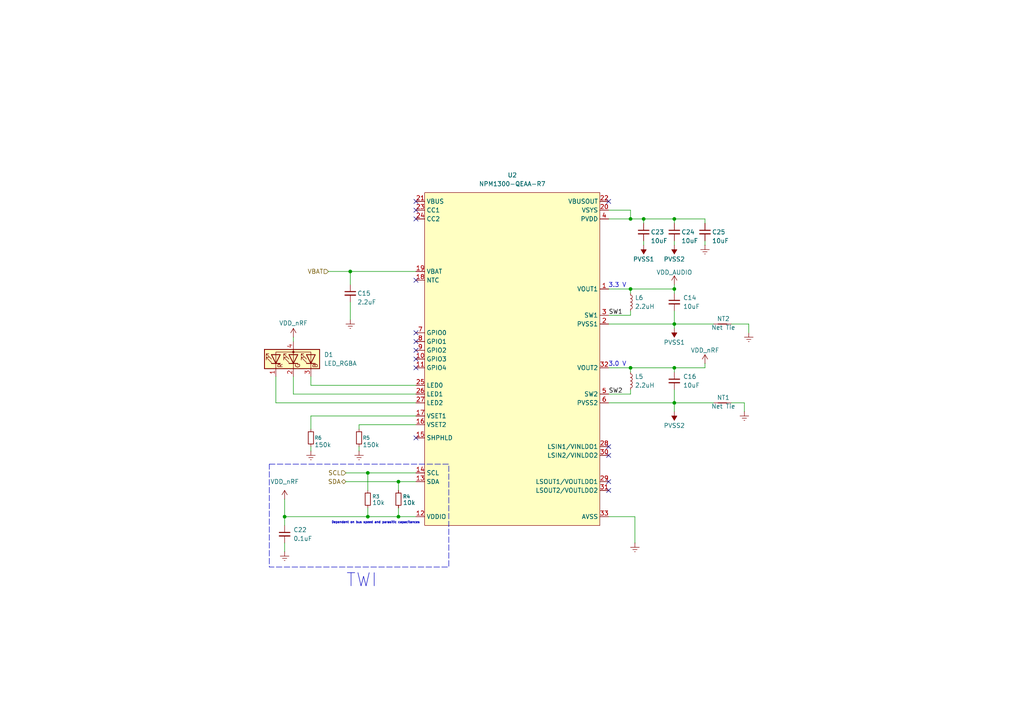
<source format=kicad_sch>
(kicad_sch (version 20250114) (generator "eeschema") (generator_version "9.0")
  (paper "A4")
  (lib_symbols
    (symbol "Device:C_Small" (pin_numbers (hide yes)) (pin_names (offset 0.254) (hide yes))
      (property "Reference" "C" (at 0.254 1.778 0))
      (property "Value" "C_Small" (at 0.254 -2.032 0))
      (symbol "C_Small_0_1"
        (polyline (pts (xy -1.524 0.508) (xy 1.524 0.508)) (stroke (width 0.3048)))
        (polyline (pts (xy -1.524 -0.508) (xy 1.524 -0.508)) (stroke (width 0.3302)))
      )
      (symbol "C_Small_1_1"
        (pin passive line (at 0 2.54 270) (length 2.032) (name "~") (number "1"))
        (pin passive line (at 0 -2.54 90) (length 2.032) (name "~") (number "2"))
      )
    )
    (symbol "Device:LED_RGBA" (pin_names (offset 0) (hide yes))
      (property "Reference" "D" (at 0 9.398 0))
      (property "Value" "LED_RGBA" (at 0 -8.89 0))
      (symbol "LED_RGBA_0_0"
        (text "R" (at -1.905 3.81 0) (effects (font (size 1.27 1.27))))
        (text "G" (at -1.905 -1.27 0) (effects (font (size 1.27 1.27))))
        (text "B" (at -1.905 -6.35 0) (effects (font (size 1.27 1.27))))
      )
      (symbol "LED_RGBA_0_1"
        (polyline (pts (xy -1.27 6.35) (xy -1.27 3.81)) (stroke (width 0.254)))
        (polyline (pts (xy -1.27 6.35) (xy -1.27 3.81) (xy -1.27 3.81)))
        (polyline (pts (xy -1.27 5.08) (xy -2.54 5.08)))
        (polyline (pts (xy -1.27 5.08) (xy 1.27 5.08)))
        (polyline (pts (xy -1.27 1.27) (xy -1.27 -1.27)) (stroke (width 0.254)))
        (polyline (pts (xy -1.27 1.27) (xy -1.27 -1.27) (xy -1.27 -1.27)))
        (polyline (pts (xy -1.27 0) (xy -2.54 0)))
        (polyline (pts (xy -1.27 -3.81) (xy -1.27 -6.35)) (stroke (width 0.254)))
        (polyline (pts (xy -1.27 -5.08) (xy -2.54 -5.08)))
        (polyline (pts (xy -1.27 -5.08) (xy 1.27 -5.08)))
        (polyline (pts (xy -1.016 6.35) (xy 0.508 7.874) (xy -0.254 7.874) (xy 0.508 7.874) (xy 0.508 7.112)))
        (polyline (pts (xy -1.016 1.27) (xy 0.508 2.794) (xy -0.254 2.794) (xy 0.508 2.794) (xy 0.508 2.032)))
        (polyline (pts (xy -1.016 -3.81) (xy 0.508 -2.286) (xy -0.254 -2.286) (xy 0.508 -2.286) (xy 0.508 -3.048)))
        (polyline (pts (xy 0 6.35) (xy 1.524 7.874) (xy 0.762 7.874) (xy 1.524 7.874) (xy 1.524 7.112)))
        (polyline (pts (xy 0 1.27) (xy 1.524 2.794) (xy 0.762 2.794) (xy 1.524 2.794) (xy 1.524 2.032)))
        (polyline (pts (xy 0 -3.81) (xy 1.524 -2.286) (xy 0.762 -2.286) (xy 1.524 -2.286) (xy 1.524 -3.048)))
        (polyline (pts (xy 1.27 6.35) (xy 1.27 3.81) (xy -1.27 5.08) (xy 1.27 6.35)) (stroke (width 0.254)))
        (rectangle (start 1.27 6.35) (end 1.27 6.35))
        (rectangle (start 1.27 3.81) (end 1.27 6.35))
        (polyline (pts (xy 1.27 1.27) (xy 1.27 -1.27) (xy -1.27 0) (xy 1.27 1.27)) (stroke (width 0.254)))
        (rectangle (start 1.27 1.27) (end 1.27 1.27))
        (polyline (pts (xy 1.27 0) (xy -1.27 0)))
        (polyline (pts (xy 1.27 0) (xy 2.54 0)))
        (rectangle (start 1.27 -1.27) (end 1.27 1.27))
        (polyline (pts (xy 1.27 -3.81) (xy 1.27 -6.35) (xy -1.27 -5.08) (xy 1.27 -3.81)) (stroke (width 0.254)))
        (polyline (pts (xy 1.27 -5.08) (xy 2.032 -5.08) (xy 2.032 5.08) (xy 1.27 5.08)))
        (circle (center 2.032 0) (radius 0.254) (fill (type outline)))
        (rectangle (start 2.794 8.382) (end -2.794 -7.62) (stroke (width 0.254)) (fill (type background)))
      )
      (symbol "LED_RGBA_1_1"
        (pin passive line (at -5.08 5.08 0) (length 2.54) (name "RK") (number "1"))
        (pin passive line (at -5.08 0 0) (length 2.54) (name "GK") (number "2"))
        (pin passive line (at -5.08 -5.08 0) (length 2.54) (name "BK") (number "3"))
        (pin passive line (at 5.08 0 180) (length 2.54) (name "A") (number "4"))
      )
    )
    (symbol "Device:L_Small" (pin_numbers (hide yes)) (pin_names (offset 0.254) (hide yes))
      (property "Reference" "L" (at 0.762 1.016 0))
      (property "Value" "L_Small" (at 0.762 -1.016 0))
      (symbol "L_Small_0_1"
        (arc (start 0 2.032) (mid 0.5058 1.524) (end 0 1.016))
        (arc (start 0 1.016) (mid 0.5058 0.508) (end 0 0))
        (arc (start 0 0) (mid 0.5058 -0.508) (end 0 -1.016))
        (arc (start 0 -1.016) (mid 0.5058 -1.524) (end 0 -2.032))
      )
      (symbol "L_Small_1_1"
        (pin passive line (at 0 2.54 270) (length 0.508) (name "~") (number "1"))
        (pin passive line (at 0 -2.54 90) (length 0.508) (name "~") (number "2"))
      )
    )
    (symbol "Device:NetTie_2" (pin_numbers (hide yes)) (pin_names (offset 0) (hide yes)) (in_bom no)
      (property "Reference" "NT" (at 0 1.27 0))
      (property "Value" "NetTie_2" (at 0 -1.27 0))
      (symbol "NetTie_2_0_1"
        (polyline (pts (xy -1.27 0) (xy 1.27 0)) (stroke (width 0.254)))
      )
      (symbol "NetTie_2_1_1"
        (pin passive line (at -2.54 0 0) (length 2.54) (name "1") (number "1"))
        (pin passive line (at 2.54 0 180) (length 2.54) (name "2") (number "2"))
      )
    )
    (symbol "Device:R_Small" (pin_numbers (hide yes)) (pin_names (offset 0.254) (hide yes))
      (property "Reference" "R" (at 0 0 90))
      (property "Value" "R_Small" (at 1.778 0 90))
      (symbol "R_Small_0_1"
        (rectangle (start -0.762 1.778) (end 0.762 -1.778) (stroke (width 0.2032)))
      )
      (symbol "R_Small_1_1"
        (pin passive line (at 0 2.54 270) (length 0.762) (name "~") (number "1"))
        (pin passive line (at 0 -2.54 90) (length 0.762) (name "~") (number "2"))
      )
    )
    (symbol "Ekse:NPM1300-QEAA-R7"
      (property "Reference" "U" (at 0.762 50.292 0))
      (property "Value" "NPM1300-QEAA-R7" (at 1.016 48.514 0))
      (symbol "NPM1300-QEAA-R7_1_1"
        (rectangle (start -24.13 46.99) (end 26.67 -49.53) (fill (type background)))
        (pin power_in line (at -26.67 44.45 0) (length 2.54) (name "VBUS") (number "21"))
        (pin bidirectional line (at -26.67 41.91 0) (length 2.54) (name "CC1") (number "23"))
        (pin bidirectional line (at -26.67 39.37 0) (length 2.54) (name "CC2") (number "24"))
        (pin power_in line (at -26.67 24.13 0) (length 2.54) (name "VBAT") (number "19"))
        (pin input line (at -26.67 21.59 0) (length 2.54) (name "NTC") (number "18"))
        (pin bidirectional line (at -26.67 6.35 0) (length 2.54) (name "GPIO0") (number "7"))
        (pin bidirectional line (at -26.67 3.81 0) (length 2.54) (name "GPIO1") (number "8"))
        (pin bidirectional line (at -26.67 1.27 0) (length 2.54) (name "GPIO2") (number "9"))
        (pin bidirectional line (at -26.67 -1.27 0) (length 2.54) (name "GPIO3") (number "10"))
        (pin bidirectional line (at -26.67 -3.81 0) (length 2.54) (name "GPIO4") (number "11"))
        (pin output line (at -26.67 -8.89 0) (length 2.54) (name "LED0") (number "25"))
        (pin output line (at -26.67 -11.43 0) (length 2.54) (name "LED1") (number "26"))
        (pin output line (at -26.67 -13.97 0) (length 2.54) (name "LED2") (number "27"))
        (pin input line (at -26.67 -17.78 0) (length 2.54) (name "VSET1") (number "17"))
        (pin input line (at -26.67 -20.32 0) (length 2.54) (name "VSET2") (number "16"))
        (pin input line (at -26.67 -24.13 0) (length 2.54) (name "SHPHLD") (number "15"))
        (pin input line (at -26.67 -34.29 0) (length 2.54) (name "SCL") (number "14"))
        (pin bidirectional line (at -26.67 -36.83 0) (length 2.54) (name "SDA") (number "13"))
        (pin power_in line (at -26.67 -46.99 0) (length 2.54) (name "VDDIO") (number "12"))
        (pin power_out line (at 29.21 44.45 180) (length 2.54) (name "VBUSOUT") (number "22"))
        (pin power_out line (at 29.21 41.91 180) (length 2.54) (name "VSYS") (number "20"))
        (pin power_in line (at 29.21 39.37 180) (length 2.54) (name "PVDD") (number "4"))
        (pin power_out line (at 29.21 19.05 180) (length 2.54) (name "VOUT1") (number "1"))
        (pin passive line (at 29.21 11.43 180) (length 2.54) (name "SW1") (number "3"))
        (pin passive line (at 29.21 8.89 180) (length 2.54) (name "PVSS1") (number "2"))
        (pin power_out line (at 29.21 -3.81 180) (length 2.54) (name "VOUT2") (number "32"))
        (pin passive line (at 29.21 -11.43 180) (length 2.54) (name "SW2") (number "5"))
        (pin passive line (at 29.21 -13.97 180) (length 2.54) (name "PVSS2") (number "6"))
        (pin power_out line (at 29.21 -26.67 180) (length 2.54) (name "LSIN1/VINLDO1") (number "28"))
        (pin power_in line (at 29.21 -29.21 180) (length 2.54) (name "LSIN2/VINLDO2") (number "30"))
        (pin power_out line (at 29.21 -36.83 180) (length 2.54) (name "LSOUT1/VOUTLDO1") (number "29"))
        (pin power_out line (at 29.21 -39.37 180) (length 2.54) (name "LSOUT2/VOUTLDO2") (number "31"))
        (pin power_in line (at 29.21 -46.99 180) (length 2.54) (name "AVSS") (number "33"))
      )
    )
    (symbol "power:+3V0" (power) (pin_numbers (hide yes)) (pin_names (offset 0) (hide yes))
      (property "Value" "+3V0" (at 0 3.556 0))
      (symbol "+3V0_0_1"
        (polyline (pts (xy -0.762 1.27) (xy 0 2.54)))
        (polyline (pts (xy 0 2.54) (xy 0.762 1.27)))
        (polyline (pts (xy 0 0) (xy 0 2.54)))
      )
      (symbol "+3V0_1_1"
        (pin power_in line (at 0 0 90) (length 0) (name "~") (number "1"))
      )
    )
    (symbol "power:Earth" (power) (pin_numbers (hide yes)) (pin_names (offset 0) (hide yes))
      (property "Value" "Earth" (at 0 -3.81 0))
      (symbol "Earth_0_1"
        (polyline (pts (xy -0.635 -1.905) (xy 0.635 -1.905)))
        (polyline (pts (xy -0.127 -2.54) (xy 0.127 -2.54)))
        (polyline (pts (xy 0 -1.27) (xy 0 0)))
        (polyline (pts (xy 1.27 -1.27) (xy -1.27 -1.27)))
      )
      (symbol "Earth_1_1"
        (pin power_in line (at 0 0 270) (length 0) (name "~") (number "1"))
      )
    )
    (symbol "power:VDD" (power) (pin_numbers (hide yes)) (pin_names (offset 0) (hide yes))
      (property "Value" "VDD" (at 0 3.556 0))
      (symbol "VDD_0_1"
        (polyline (pts (xy -0.762 1.27) (xy 0 2.54)))
        (polyline (pts (xy 0 2.54) (xy 0.762 1.27)))
        (polyline (pts (xy 0 0) (xy 0 2.54)))
      )
      (symbol "VDD_1_1"
        (pin power_in line (at 0 0 90) (length 0) (name "~") (number "1"))
      )
    )
    (symbol "power:VSS" (power) (pin_numbers (hide yes)) (pin_names (offset 0) (hide yes))
      (property "Value" "VSS" (at 0 3.556 0))
      (symbol "VSS_0_1"
        (polyline (pts (xy 0 0) (xy 0 2.54)))
        (polyline (pts (xy 0.762 1.27) (xy -0.762 1.27) (xy 0 2.54) (xy 0.762 1.27)) (fill (type outline)))
      )
      (symbol "VSS_1_1"
        (pin passive line (at 0 0 90) (length 0) (name "~") (number "1"))
      )
    )
  )
  (rectangle (start 78.105 134.62) (end 130.175 164.465) (stroke (width 0) (type dash)))
  (text "TWI" (at 104.902 168.402 0) (effects (font (size 3.81 3.81))))
  (text "3.3 V" (at 179.07 82.804 0) (effects (font (size 1.27 1.27))))
  (text "Dependent on bus speed and parasitic capacitances" (at 108.966 151.638 0) (effects (font (size 0.635 0.635))))
  (text "3.0 V" (at 179.07 105.664 0) (effects (font (size 1.27 1.27))))
  (junction (at 186.69 63.5))
  (junction (at 106.68 137.16))
  (junction (at 115.57 139.7))
  (junction (at 195.58 63.5))
  (junction (at 182.88 106.68))
  (junction (at 195.58 93.98))
  (junction (at 195.58 106.68))
  (junction (at 195.58 116.84))
  (junction (at 195.58 83.82))
  (junction (at 182.88 83.82))
  (junction (at 82.55 149.86))
  (junction (at 101.6 78.74))
  (junction (at 115.57 149.86))
  (junction (at 106.68 149.86))
  (junction (at 182.88 63.5))
  (no_connect (at 120.65 60.96))
  (no_connect (at 120.65 63.5))
  (no_connect (at 120.65 81.28))
  (no_connect (at 176.53 129.54))
  (no_connect (at 176.53 139.7))
  (no_connect (at 120.65 104.14))
  (no_connect (at 120.65 99.06))
  (no_connect (at 176.53 142.24))
  (no_connect (at 120.65 96.52))
  (no_connect (at 176.53 58.42))
  (no_connect (at 120.65 106.68))
  (no_connect (at 176.53 132.08))
  (no_connect (at 120.65 101.6))
  (no_connect (at 120.65 58.42))
  (no_connect (at 120.65 127))
  (wire (pts (xy 85.09 97.79) (xy 85.09 99.06)))
  (wire (pts (xy 195.58 69.85) (xy 195.58 71.12)))
  (wire (pts (xy 186.69 69.85) (xy 186.69 71.12)))
  (wire (pts (xy 100.33 137.16) (xy 106.68 137.16)))
  (wire (pts (xy 104.14 123.19) (xy 104.14 124.46)))
  (wire (pts (xy 182.88 113.03) (xy 182.88 114.3)))
  (wire (pts (xy 176.53 60.96) (xy 182.88 60.96)))
  (wire (pts (xy 106.68 137.16) (xy 120.65 137.16)))
  (wire (pts (xy 182.88 83.82) (xy 182.88 85.09)))
  (wire (pts (xy 90.17 129.54) (xy 90.17 130.81)))
  (wire (pts (xy 186.69 63.5) (xy 186.69 64.77)))
  (wire (pts (xy 212.09 116.84) (xy 215.9 116.84)))
  (wire (pts (xy 204.47 69.85) (xy 204.47 71.12)))
  (wire (pts (xy 195.58 116.84) (xy 207.01 116.84)))
  (wire (pts (xy 115.57 139.7) (xy 115.57 142.24)))
  (wire (pts (xy 120.65 120.65) (xy 90.17 120.65)))
  (wire (pts (xy 80.01 116.84) (xy 120.65 116.84)))
  (wire (pts (xy 106.68 137.16) (xy 106.68 142.24)))
  (wire (pts (xy 204.47 106.68) (xy 195.58 106.68)))
  (wire (pts (xy 215.9 116.84) (xy 215.9 119.38)))
  (wire (pts (xy 182.88 90.17) (xy 182.88 91.44)))
  (wire (pts (xy 195.58 82.55) (xy 195.58 83.82)))
  (wire (pts (xy 195.58 90.17) (xy 195.58 93.98)))
  (wire (pts (xy 90.17 111.76) (xy 120.65 111.76)))
  (wire (pts (xy 176.53 114.3) (xy 182.88 114.3)))
  (wire (pts (xy 195.58 116.84) (xy 195.58 119.38)))
  (wire (pts (xy 182.88 63.5) (xy 186.69 63.5)))
  (wire (pts (xy 182.88 106.68) (xy 195.58 106.68)))
  (wire (pts (xy 176.53 93.98) (xy 195.58 93.98)))
  (wire (pts (xy 186.69 63.5) (xy 195.58 63.5)))
  (wire (pts (xy 85.09 114.3) (xy 85.09 109.22)))
  (wire (pts (xy 115.57 149.86) (xy 106.68 149.86)))
  (wire (pts (xy 90.17 120.65) (xy 90.17 124.46)))
  (wire (pts (xy 176.53 106.68) (xy 182.88 106.68)))
  (wire (pts (xy 182.88 63.5) (xy 176.53 63.5)))
  (wire (pts (xy 195.58 64.77) (xy 195.58 63.5)))
  (wire (pts (xy 195.58 113.03) (xy 195.58 116.84)))
  (wire (pts (xy 120.65 123.19) (xy 104.14 123.19)))
  (wire (pts (xy 217.17 93.98) (xy 217.17 96.52)))
  (wire (pts (xy 176.53 116.84) (xy 195.58 116.84)))
  (wire (pts (xy 182.88 106.68) (xy 182.88 107.95)))
  (wire (pts (xy 120.65 114.3) (xy 85.09 114.3)))
  (wire (pts (xy 176.53 91.44) (xy 182.88 91.44)))
  (wire (pts (xy 212.09 93.98) (xy 217.17 93.98)))
  (wire (pts (xy 184.15 149.86) (xy 184.15 157.48)))
  (wire (pts (xy 195.58 93.98) (xy 195.58 95.25)))
  (wire (pts (xy 195.58 63.5) (xy 204.47 63.5)))
  (wire (pts (xy 82.55 149.86) (xy 82.55 152.4)))
  (wire (pts (xy 176.53 149.86) (xy 184.15 149.86)))
  (wire (pts (xy 101.6 78.74) (xy 101.6 82.55)))
  (wire (pts (xy 115.57 139.7) (xy 120.65 139.7)))
  (wire (pts (xy 204.47 105.41) (xy 204.47 106.68)))
  (wire (pts (xy 104.14 129.54) (xy 104.14 130.81)))
  (wire (pts (xy 101.6 87.63) (xy 101.6 92.71)))
  (wire (pts (xy 82.55 157.48) (xy 82.55 160.02)))
  (wire (pts (xy 115.57 147.32) (xy 115.57 149.86)))
  (wire (pts (xy 195.58 106.68) (xy 195.58 107.95)))
  (wire (pts (xy 182.88 60.96) (xy 182.88 63.5)))
  (wire (pts (xy 100.33 139.7) (xy 115.57 139.7)))
  (wire (pts (xy 106.68 147.32) (xy 106.68 149.86)))
  (wire (pts (xy 120.65 149.86) (xy 115.57 149.86)))
  (wire (pts (xy 90.17 109.22) (xy 90.17 111.76)))
  (wire (pts (xy 106.68 149.86) (xy 82.55 149.86)))
  (wire (pts (xy 176.53 83.82) (xy 182.88 83.82)))
  (wire (pts (xy 182.88 83.82) (xy 195.58 83.82)))
  (wire (pts (xy 95.25 78.74) (xy 101.6 78.74)))
  (wire (pts (xy 204.47 63.5) (xy 204.47 64.77)))
  (wire (pts (xy 195.58 93.98) (xy 207.01 93.98)))
  (wire (pts (xy 80.01 109.22) (xy 80.01 116.84)))
  (wire (pts (xy 101.6 78.74) (xy 120.65 78.74)))
  (wire (pts (xy 195.58 83.82) (xy 195.58 85.09)))
  (wire (pts (xy 82.55 144.78) (xy 82.55 149.86)))
  (label "SW2" (at 176.53 114.3 0))
  (label "SW1" (at 176.53 91.44 0))
  (hierarchical_label "SCL" (shape input) (at 100.33 137.16 180))
  (hierarchical_label "VBAT" (shape input) (at 95.25 78.74 180))
  (hierarchical_label "SDA" (shape bidirectional) (at 100.33 139.7 180))
  (symbol (lib_id "Device:L_Small") (at 182.88 110.49 0) (unit 1)
    (property "Reference" "L5" (at 184.15 109.2199 0) (effects (justify left)))
    (property "Value" "2.2uH" (at 184.15 111.7599 0) (effects (justify left)))
    (property "Footprint" "Ekse:INDC2016X100N" (effects (hide yes)))
    (property "Description" "Inductor, small symbol" (effects (hide yes)))
    (property "MPN" "MLP2016V2R2MT0S1" (effects (hide yes)))
    (property "Price" "2.19" (effects (hide yes)))
  )
  (symbol (lib_id "Device:C_Small") (at 195.58 87.63 0) (unit 1)
    (property "Reference" "C14" (at 198.12 86.3662 0) (effects (justify left)))
    (property "Value" "10uF" (at 198.12 88.9062 0) (effects (justify left)))
    (property "Footprint" "Capacitor_SMD:C_0603_1608Metric" (effects (hide yes)))
    (property "Description" "Unpolarized capacitor, small symbol" (effects (hide yes)))
    (property "MPN" "KGM15CR51E106KT" (effects (hide yes)))
    (property "Price" "5.09" (effects (hide yes)))
  )
  (symbol (lib_id "power:Earth") (at 204.47 71.12 0) (unit 1)
    (property "Reference" "#PWR040" (effects (hide yes)))
    (property "Value" "Earth" (effects (hide yes)))
    (property "Description" "Power symbol creates a global label with name \"Earth\"" (effects (hide yes)))
  )
  (symbol (lib_id "power:+3V0") (at 195.58 82.55 0) (unit 1)
    (property "Reference" "#PWR01" (effects (hide yes)))
    (property "Value" "VDD_AUDIO" (at 195.58 78.994 0))
    (property "Description" "Power symbol creates a global label with name \"+3V0\"" (effects (hide yes)))
  )
  (symbol (lib_id "Device:LED_RGBA") (at 85.09 104.14 90) (unit 1)
    (property "Reference" "D1" (at 93.98 102.8699 90) (effects (justify right)))
    (property "Value" "LED_RGBA" (at 93.98 105.4099 90) (effects (justify right)))
    (property "Footprint" "Ekse:APGF1012GBRC07" (effects (hide yes)))
    (property "Description" "RGB LED, red/green/blue/anode" (effects (hide yes)))
    (property "MPN" "APGF1012GBRC-07" (effects (hide yes)))
    (property "Price" "11.37" (effects (hide yes)))
  )
  (symbol (lib_id "power:Earth") (at 217.17 96.52 0) (unit 1)
    (property "Reference" "#PWR018" (effects (hide yes)))
    (property "Value" "Earth" (effects (hide yes)))
    (property "Description" "Power symbol creates a global label with name \"Earth\"" (effects (hide yes)))
  )
  (symbol (lib_id "Device:R_Small") (at 106.68 144.78 0) (unit 1)
    (property "Reference" "R3" (at 107.95 144.018 0) (effects (font (size 1.016 1.016)) (justify left)))
    (property "Value" "10k" (at 107.95 145.796 0) (effects (justify left)))
    (property "Footprint" "Resistor_SMD:R_0603_1608Metric" (effects (hide yes)))
    (property "Description" "Resistor, small symbol" (effects (hide yes)))
    (property "MPN" "CRCW060310K0FKEI" (effects (hide yes)))
    (property "Price" "2.49" (effects (hide yes)))
  )
  (symbol (lib_id "power:Earth") (at 101.6 92.71 0) (unit 1)
    (property "Reference" "#PWR019" (effects (hide yes)))
    (property "Value" "Earth" (effects (hide yes)))
    (property "Description" "Power symbol creates a global label with name \"Earth\"" (effects (hide yes)))
  )
  (symbol (lib_id "Device:C_Small") (at 101.6 85.09 0) (unit 1)
    (property "Reference" "C15" (at 103.632 85.09 0) (effects (justify left)))
    (property "Value" "2.2uF" (at 103.632 87.63 0) (effects (justify left)))
    (property "Footprint" "Capacitor_SMD:C_0603_1608Metric" (effects (hide yes)))
    (property "Description" "Unpolarized capacitor, small symbol" (effects (hide yes)))
    (property "MPN" "GRM188Z71C225KE43D" (effects (hide yes)))
    (property "Price" "1.6" (effects (hide yes)))
  )
  (symbol (lib_id "Device:C_Small") (at 82.55 154.94 0) (unit 1)
    (property "Reference" "C22" (at 85.09 153.6762 0) (effects (justify left)))
    (property "Value" "0.1uF" (at 85.09 156.2162 0) (effects (justify left)))
    (property "Footprint" "Capacitor_SMD:C_0201_0603Metric" (effects (hide yes)))
    (property "Description" "Unpolarized capacitor, small symbol" (effects (hide yes)))
    (property "MPN" "KGM03BR51E104KH" (effects (hide yes)))
    (property "Price" "1.39" (effects (hide yes)))
  )
  (symbol (lib_id "Ekse:NPM1300-QEAA-R7") (at 147.32 102.87 0) (unit 1)
    (property "Reference" "U2" (at 148.59 50.8 0))
    (property "Value" "NPM1300-QEAA-R7" (at 148.59 53.34 0))
    (property "Footprint" "Ekse:QFN32_5X5_NOR" (effects (hide yes)))
    (property "Datasheet" "https://docs.nordicsemi.com/bundle/nwp_050/page/WP/nwp_050/intro.html" (effects (hide yes)))
    (property "Description" "Nordic PMIC" (effects (hide yes)))
    (property "MPN" "NPM1300-QEAA-R7" (effects (hide yes)))
    (property "Price" "15.31" (effects (hide yes)))
  )
  (symbol (lib_id "power:VSS") (at 195.58 119.38 180) (unit 1)
    (property "Reference" "#PWR041" (effects (hide yes)))
    (property "Value" "PVSS2" (at 195.58 123.444 0))
    (property "Description" "Power symbol creates a global label with name \"VSS\"" (effects (hide yes)))
  )
  (symbol (lib_id "power:Earth") (at 90.17 130.81 0) (unit 1)
    (property "Reference" "#PWR036" (effects (hide yes)))
    (property "Value" "Earth" (effects (hide yes)))
    (property "Description" "Power symbol creates a global label with name \"Earth\"" (effects (hide yes)))
  )
  (symbol (lib_id "power:Earth") (at 82.55 160.02 0) (unit 1)
    (property "Reference" "#PWR032" (effects (hide yes)))
    (property "Value" "Earth" (effects (hide yes)))
    (property "Description" "Power symbol creates a global label with name \"Earth\"" (effects (hide yes)))
  )
  (symbol (lib_id "power:VSS") (at 195.58 71.12 180) (unit 1)
    (property "Reference" "#PWR039" (effects (hide yes)))
    (property "Value" "PVSS2" (at 195.58 75.184 0))
    (property "Description" "Power symbol creates a global label with name \"VSS\"" (effects (hide yes)))
  )
  (symbol (lib_id "power:VDD") (at 85.09 97.79 0) (unit 1)
    (property "Reference" "#PWR037" (effects (hide yes)))
    (property "Value" "VDD_nRF" (at 85.09 93.726 0))
    (property "Description" "Power symbol creates a global label with name \"VDD\"" (effects (hide yes)))
  )
  (symbol (lib_id "power:VSS") (at 186.69 71.12 180) (unit 1)
    (property "Reference" "#PWR038" (effects (hide yes)))
    (property "Value" "PVSS1" (at 186.69 75.184 0))
    (property "Description" "Power symbol creates a global label with name \"VSS\"" (effects (hide yes)))
  )
  (symbol (lib_id "Device:R_Small") (at 90.17 127 180) (unit 1)
    (property "Reference" "R6" (at 91.186 127 0) (effects (font (size 1.016 1.016)) (justify right)))
    (property "Value" "150k" (at 91.186 129.032 0) (effects (justify right)))
    (property "Footprint" "Resistor_SMD:R_0201_0603Metric" (effects (hide yes)))
    (property "Description" "Resistor, small symbol" (effects (hide yes)))
    (property "MPN" "CRCW0201150KFKED" (effects (hide yes)))
    (property "Price" "2.10" (effects (hide yes)))
  )
  (symbol (lib_id "power:VDD") (at 82.55 144.78 0) (unit 1)
    (property "Reference" "#PWR033" (effects (hide yes)))
    (property "Value" "VDD_nRF" (at 82.55 139.7 0))
    (property "Description" "Power symbol creates a global label with name \"VDD\"" (effects (hide yes)))
  )
  (symbol (lib_id "Device:C_Small") (at 186.69 67.31 0) (unit 1)
    (property "Reference" "C23" (at 188.722 67.31 0) (effects (justify left)))
    (property "Value" "10uF" (at 188.722 69.85 0) (effects (justify left)))
    (property "Footprint" "Capacitor_SMD:C_0603_1608Metric" (effects (hide yes)))
    (property "Description" "Unpolarized capacitor, small symbol" (effects (hide yes)))
    (property "MPN" "KGM15CR51E106KT" (effects (hide yes)))
    (property "Price" "5.09" (effects (hide yes)))
  )
  (symbol (lib_id "power:Earth") (at 184.15 157.48 0) (unit 1)
    (property "Reference" "#PWR034" (effects (hide yes)))
    (property "Value" "Earth" (effects (hide yes)))
    (property "Description" "Power symbol creates a global label with name \"Earth\"" (effects (hide yes)))
  )
  (symbol (lib_id "power:Earth") (at 104.14 130.81 0) (unit 1)
    (property "Reference" "#PWR035" (effects (hide yes)))
    (property "Value" "Earth" (effects (hide yes)))
    (property "Description" "Power symbol creates a global label with name \"Earth\"" (effects (hide yes)))
  )
  (symbol (lib_id "Device:C_Small") (at 204.47 67.31 0) (unit 1)
    (property "Reference" "C25" (at 206.502 67.31 0) (effects (justify left)))
    (property "Value" "10uF" (at 206.502 69.85 0) (effects (justify left)))
    (property "Footprint" "Capacitor_SMD:C_0603_1608Metric" (effects (hide yes)))
    (property "Description" "Unpolarized capacitor, small symbol" (effects (hide yes)))
    (property "MPN" "KGM15CR51E106KT" (effects (hide yes)))
    (property "Price" "5.09" (effects (hide yes)))
  )
  (symbol (lib_id "Device:R_Small") (at 104.14 127 180) (unit 1)
    (property "Reference" "R5" (at 105.156 127 0) (effects (font (size 1.016 1.016)) (justify right)))
    (property "Value" "150k" (at 105.156 129.032 0) (effects (justify right)))
    (property "Footprint" "Resistor_SMD:R_0201_0603Metric" (effects (hide yes)))
    (property "Description" "Resistor, small symbol" (effects (hide yes)))
    (property "MPN" "CRCW0201150KFKED" (effects (hide yes)))
    (property "Price" "2.10" (effects (hide yes)))
  )
  (symbol (lib_id "power:VSS") (at 195.58 95.25 180) (unit 1)
    (property "Reference" "#PWR042" (effects (hide yes)))
    (property "Value" "PVSS1" (at 195.58 99.314 0))
    (property "Description" "Power symbol creates a global label with name \"VSS\"" (effects (hide yes)))
  )
  (symbol (lib_id "Device:L_Small") (at 182.88 87.63 0) (unit 1)
    (property "Reference" "L6" (at 184.15 86.3599 0) (effects (justify left)))
    (property "Value" "2.2uH" (at 184.15 88.8999 0) (effects (justify left)))
    (property "Footprint" "Ekse:INDC2016X100N" (effects (hide yes)))
    (property "Description" "Inductor, small symbol" (effects (hide yes)))
    (property "MPN" "MLP2016V2R2MT0S1" (effects (hide yes)))
    (property "Price" "2.19" (effects (hide yes)))
  )
  (symbol (lib_id "power:Earth") (at 215.9 119.38 0) (unit 1)
    (property "Reference" "#PWR021" (effects (hide yes)))
    (property "Value" "Earth" (effects (hide yes)))
    (property "Description" "Power symbol creates a global label with name \"Earth\"" (effects (hide yes)))
  )
  (symbol (lib_id "Device:NetTie_2") (at 209.55 93.98 0) (unit 1) (in_bom no)
    (property "Reference" "NT2" (at 209.804 92.456 0))
    (property "Value" "Net Tie" (at 209.804 94.996 0))
    (property "Footprint" "NetTie:NetTie-4_SMD_Pad0.5mm" (effects (hide yes)))
    (property "Description" "Net tie, 2 pins" (effects (hide yes)))
  )
  (symbol (lib_id "Device:NetTie_2") (at 209.55 116.84 0) (unit 1) (in_bom no)
    (property "Reference" "NT1" (at 209.804 115.316 0))
    (property "Value" "Net Tie" (at 209.804 117.856 0))
    (property "Footprint" "NetTie:NetTie-4_SMD_Pad0.5mm" (effects (hide yes)))
    (property "Description" "Net tie, 2 pins" (effects (hide yes)))
  )
  (symbol (lib_id "Device:C_Small") (at 195.58 110.49 0) (unit 1)
    (property "Reference" "C16" (at 198.12 109.2262 0) (effects (justify left)))
    (property "Value" "10uF" (at 198.12 111.7662 0) (effects (justify left)))
    (property "Footprint" "Capacitor_SMD:C_0603_1608Metric" (effects (hide yes)))
    (property "Description" "Unpolarized capacitor, small symbol" (effects (hide yes)))
    (property "MPN" "KGM15CR51E106KT" (effects (hide yes)))
    (property "Price" "5.09" (effects (hide yes)))
  )
  (symbol (lib_id "Device:C_Small") (at 195.58 67.31 0) (unit 1)
    (property "Reference" "C24" (at 197.612 67.31 0) (effects (justify left)))
    (property "Value" "10uF" (at 197.612 69.85 0) (effects (justify left)))
    (property "Footprint" "Capacitor_SMD:C_0603_1608Metric" (effects (hide yes)))
    (property "Description" "Unpolarized capacitor, small symbol" (effects (hide yes)))
    (property "MPN" "KGM15CR51E106KT" (effects (hide yes)))
    (property "Price" "5.09" (effects (hide yes)))
  )
  (symbol (lib_id "Device:R_Small") (at 115.57 144.78 0) (unit 1)
    (property "Reference" "R4" (at 116.84 144.018 0) (effects (font (size 1.016 1.016)) (justify left)))
    (property "Value" "10k" (at 116.84 145.796 0) (effects (justify left)))
    (property "Footprint" "Resistor_SMD:R_0603_1608Metric" (effects (hide yes)))
    (property "Description" "Resistor, small symbol" (effects (hide yes)))
    (property "MPN" "CRCW060310K0FKEI" (effects (hide yes)))
    (property "Price" "2.49" (effects (hide yes)))
  )
  (symbol (lib_id "power:VDD") (at 204.47 105.41 0) (unit 1)
    (property "Reference" "#PWR020" (effects (hide yes)))
    (property "Value" "VDD_nRF" (at 204.47 101.6 0))
    (property "Description" "Power symbol creates a global label with name \"VDD\"" (effects (hide yes)))
  )
)
</source>
